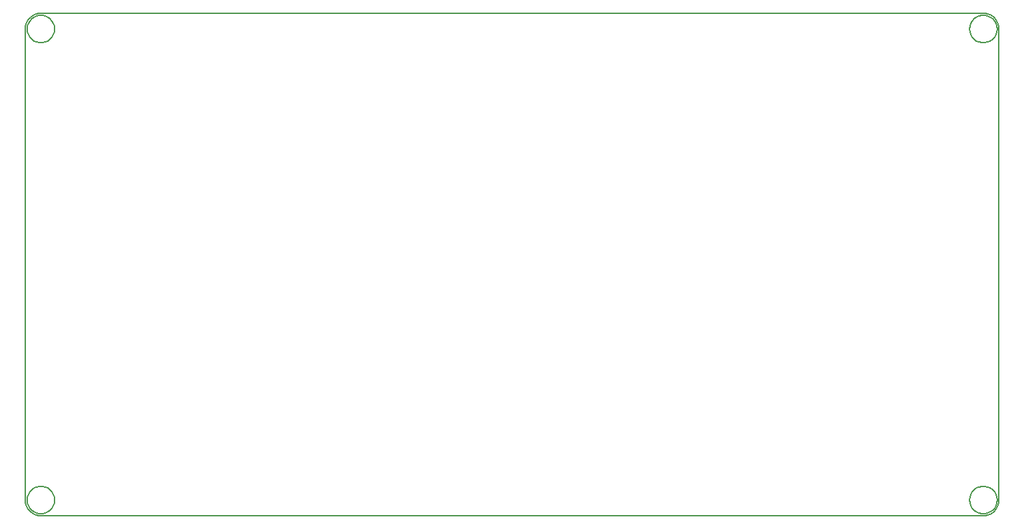
<source format=gbr>
%TF.GenerationSoftware,KiCad,Pcbnew,(5.1.7)-1*%
%TF.CreationDate,2021-01-15T10:10:13+10:00*%
%TF.ProjectId,Universal Controller Mk1,556e6976-6572-4736-916c-20436f6e7472,rev?*%
%TF.SameCoordinates,Original*%
%TF.FileFunction,Profile,NP*%
%FSLAX46Y46*%
G04 Gerber Fmt 4.6, Leading zero omitted, Abs format (unit mm)*
G04 Created by KiCad (PCBNEW (5.1.7)-1) date 2021-01-15 10:10:13*
%MOMM*%
%LPD*%
G01*
G04 APERTURE LIST*
%TA.AperFunction,Profile*%
%ADD10C,0.200000*%
%TD*%
G04 APERTURE END LIST*
D10*
X75714800Y-108246000D02*
X76011600Y-108461700D01*
X74295000Y-111435000D02*
X73959800Y-111285800D01*
X76554000Y-109401000D02*
X76592300Y-109765900D01*
X73234000Y-109052100D02*
X73417500Y-108734300D01*
X74653900Y-111511300D02*
X74295000Y-111435000D01*
X195020700Y-111511300D02*
X194653800Y-111511300D01*
X76440600Y-109052100D02*
X76554000Y-109401000D01*
X73663000Y-108461700D02*
X73959800Y-108246000D01*
X76257100Y-108734300D02*
X76440600Y-109052100D01*
X76011600Y-108461700D02*
X76257100Y-108734300D01*
X75020800Y-108020500D02*
X75379600Y-108096800D01*
X73234000Y-110479700D02*
X73120700Y-110130800D01*
X73082300Y-109765900D02*
X73120700Y-109401000D01*
X73417500Y-108734300D02*
X73663000Y-108461700D01*
X74653900Y-108020500D02*
X75020800Y-108020500D01*
X74295000Y-108096800D02*
X74653900Y-108020500D01*
X73959800Y-108246000D02*
X74295000Y-108096800D01*
X73120700Y-109401000D02*
X73234000Y-109052100D01*
X73663000Y-111070100D02*
X73417500Y-110797500D01*
X73120700Y-110130800D02*
X73082300Y-109765900D01*
X73959800Y-111285800D02*
X73663000Y-111070100D01*
X73417500Y-110797500D02*
X73234000Y-110479700D01*
X75379600Y-108096800D02*
X75714800Y-108246000D01*
X196837300Y-49765900D02*
X196793600Y-49350100D01*
X196175600Y-48279600D02*
X195837300Y-48033900D01*
X73837300Y-111497900D02*
X74219300Y-111668000D01*
X73219300Y-48590300D02*
X73010200Y-48952400D01*
X73499000Y-111252200D02*
X73837300Y-111497900D01*
X72881000Y-49350100D02*
X72837300Y-49765900D01*
X195455300Y-47863800D02*
X195046300Y-47776900D01*
X73010200Y-110579400D02*
X73219300Y-110941500D01*
X72881000Y-110181700D02*
X73010200Y-110579400D01*
X72837300Y-109765900D02*
X72881000Y-110181700D01*
X73010200Y-48952400D02*
X72881000Y-49350100D01*
X196793600Y-49350100D02*
X196664400Y-48952400D01*
X74219300Y-47863800D02*
X73837300Y-48033900D01*
X195046300Y-47776900D02*
X74628300Y-47776900D01*
X74628300Y-47776900D02*
X74219300Y-47863800D01*
X73219300Y-110941500D02*
X73499000Y-111252200D01*
X196664400Y-48952400D02*
X196455300Y-48590300D01*
X72837300Y-49765900D02*
X72837300Y-109765900D01*
X73499000Y-48279600D02*
X73219300Y-48590300D01*
X195837300Y-48033900D02*
X195455300Y-47863800D01*
X196455300Y-48590300D02*
X196175600Y-48279600D01*
X196837300Y-109765900D02*
X196837300Y-49765900D01*
X73837300Y-48033900D02*
X73499000Y-48279600D01*
X193234000Y-110479700D02*
X193120600Y-110130800D01*
X194653800Y-111511300D02*
X194295000Y-111435000D01*
X75714800Y-48246000D02*
X76011600Y-48461700D01*
X76440600Y-50479700D02*
X76257100Y-50797500D01*
X195379600Y-111435000D02*
X195020700Y-111511300D01*
X194295000Y-111435000D02*
X193959800Y-111285800D01*
X74295000Y-48096800D02*
X74653900Y-48020500D01*
X196257100Y-110797500D02*
X196011600Y-111070100D01*
X196440600Y-110479700D02*
X196257100Y-110797500D01*
X196553900Y-109401000D02*
X196592300Y-109765900D01*
X196440600Y-109052100D02*
X196553900Y-109401000D01*
X196257100Y-108734300D02*
X196440600Y-109052100D01*
X75379600Y-48096800D02*
X75714800Y-48246000D01*
X76011600Y-51070100D02*
X75714800Y-51285800D01*
X196011600Y-108461700D02*
X196257100Y-108734300D01*
X193234000Y-109052100D02*
X193417500Y-108734300D01*
X193959800Y-111285800D02*
X193663000Y-111070100D01*
X76011600Y-48461700D02*
X76257100Y-48734300D01*
X195714800Y-111285800D02*
X195379600Y-111435000D01*
X196011600Y-111070100D02*
X195714800Y-111285800D01*
X196553900Y-110130800D02*
X196440600Y-110479700D01*
X193417500Y-110797500D02*
X193234000Y-110479700D01*
X74653900Y-48020500D02*
X75020800Y-48020500D01*
X76554000Y-49401000D02*
X76592300Y-49765900D01*
X195714800Y-108246000D02*
X196011600Y-108461700D01*
X75020800Y-51511300D02*
X74653900Y-51511300D01*
X75714800Y-51285800D02*
X75379600Y-51435000D01*
X75379600Y-51435000D02*
X75020800Y-51511300D01*
X76257100Y-48734300D02*
X76440600Y-49052100D01*
X195379600Y-108096800D02*
X195714800Y-108246000D01*
X76440600Y-49052100D02*
X76554000Y-49401000D01*
X76592300Y-49765900D02*
X76554000Y-50130800D01*
X75020800Y-48020500D02*
X75379600Y-48096800D01*
X194653800Y-108020500D02*
X195020700Y-108020500D01*
X194295000Y-108096800D02*
X194653800Y-108020500D01*
X193663000Y-108461700D02*
X193959800Y-108246000D01*
X193417500Y-108734300D02*
X193663000Y-108461700D01*
X193120600Y-109401000D02*
X193234000Y-109052100D01*
X193663000Y-111070100D02*
X193417500Y-110797500D01*
X193120600Y-110130800D02*
X193082300Y-109765900D01*
X76257100Y-50797500D02*
X76011600Y-51070100D01*
X76554000Y-50130800D02*
X76440600Y-50479700D01*
X196592300Y-109765900D02*
X196553900Y-110130800D01*
X193082300Y-109765900D02*
X193120600Y-109401000D01*
X195020700Y-108020500D02*
X195379600Y-108096800D01*
X193959800Y-108246000D02*
X194295000Y-108096800D01*
X75379600Y-111435000D02*
X75020800Y-111511300D01*
X75714800Y-111285800D02*
X75379600Y-111435000D01*
X76592300Y-109765900D02*
X76554000Y-110130800D01*
X76554000Y-110130800D02*
X76440600Y-110479700D01*
X75020800Y-111511300D02*
X74653900Y-111511300D01*
X76257100Y-110797500D02*
X76011600Y-111070100D01*
X76011600Y-111070100D02*
X75714800Y-111285800D01*
X76440600Y-110479700D02*
X76257100Y-110797500D01*
X196793600Y-110181700D02*
X196837300Y-109765900D01*
X195837300Y-111497900D02*
X196175600Y-111252200D01*
X195455300Y-111668000D02*
X195837300Y-111497900D01*
X196664400Y-110579400D02*
X196793600Y-110181700D01*
X196455300Y-110941500D02*
X196664400Y-110579400D01*
X196175600Y-111252200D02*
X196455300Y-110941500D01*
X73959800Y-48246000D02*
X74295000Y-48096800D01*
X73959800Y-51285800D02*
X73663000Y-51070100D01*
X195379600Y-48096800D02*
X195714800Y-48246000D01*
X193959800Y-51285800D02*
X193663000Y-51070100D01*
X73663000Y-48461700D02*
X73959800Y-48246000D01*
X73417500Y-48734300D02*
X73663000Y-48461700D01*
X73234000Y-49052100D02*
X73417500Y-48734300D01*
X73082300Y-49765900D02*
X73120700Y-49401000D01*
X194653800Y-51511300D02*
X194295000Y-51435000D01*
X73120700Y-49401000D02*
X73234000Y-49052100D01*
X73120700Y-50130800D02*
X73082300Y-49765900D01*
X196440600Y-50479700D02*
X196257100Y-50797500D01*
X73234000Y-50479700D02*
X73120700Y-50130800D01*
X196011600Y-51070100D02*
X195714800Y-51285800D01*
X194295000Y-51435000D02*
X193959800Y-51285800D01*
X195020700Y-48020500D02*
X195379600Y-48096800D01*
X193082300Y-49765900D02*
X193120600Y-49401000D01*
X73417500Y-50797500D02*
X73234000Y-50479700D01*
X193234000Y-49052100D02*
X193417500Y-48734300D01*
X73663000Y-51070100D02*
X73417500Y-50797500D01*
X74653900Y-51511300D02*
X74295000Y-51435000D01*
X196257100Y-50797500D02*
X196011600Y-51070100D01*
X196440600Y-49052100D02*
X196553900Y-49401000D01*
X196592300Y-49765900D02*
X196553900Y-50130800D01*
X193417500Y-48734300D02*
X193663000Y-48461700D01*
X194295000Y-48096800D02*
X194653800Y-48020500D01*
X193234000Y-50479700D02*
X193120600Y-50130800D01*
X195046300Y-111754900D02*
X195455300Y-111668000D01*
X195020700Y-51511300D02*
X194653800Y-51511300D01*
X74219300Y-111668000D02*
X74628300Y-111754900D01*
X196553900Y-50130800D02*
X196440600Y-50479700D01*
X196011600Y-48461700D02*
X196257100Y-48734300D01*
X193959800Y-48246000D02*
X194295000Y-48096800D01*
X193663000Y-48461700D02*
X193959800Y-48246000D01*
X193120600Y-49401000D02*
X193234000Y-49052100D01*
X193663000Y-51070100D02*
X193417500Y-50797500D01*
X193417500Y-50797500D02*
X193234000Y-50479700D01*
X194653800Y-48020500D02*
X195020700Y-48020500D01*
X195714800Y-51285800D02*
X195379600Y-51435000D01*
X195379600Y-51435000D02*
X195020700Y-51511300D01*
X195714800Y-48246000D02*
X196011600Y-48461700D01*
X196553900Y-49401000D02*
X196592300Y-49765900D01*
X196257100Y-48734300D02*
X196440600Y-49052100D01*
X74628300Y-111754900D02*
X195046300Y-111754900D01*
X193120600Y-50130800D02*
X193082300Y-49765900D01*
X74295000Y-51435000D02*
X73959800Y-51285800D01*
M02*

</source>
